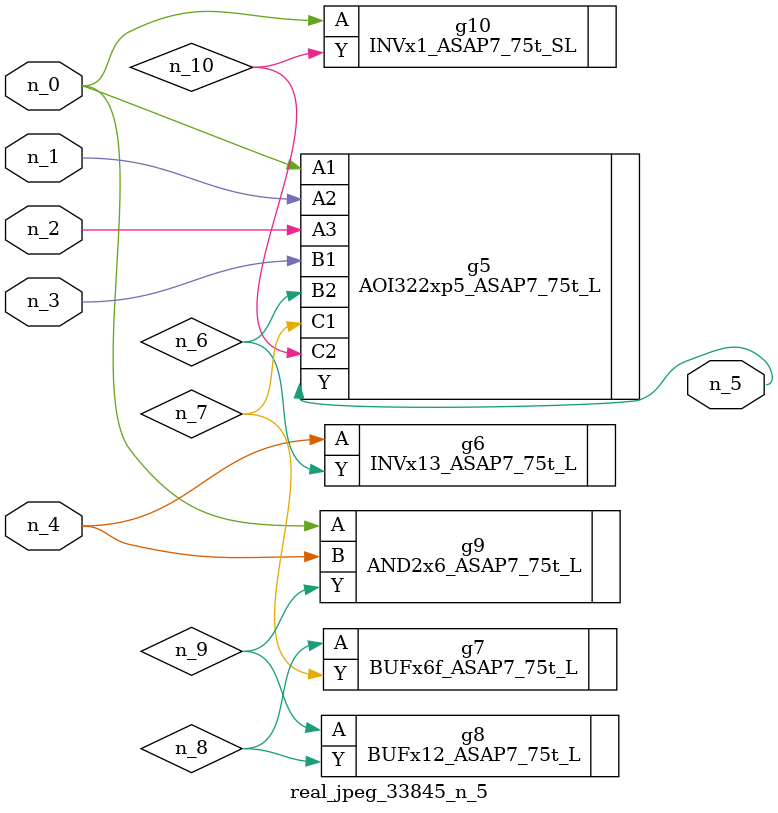
<source format=v>
module real_jpeg_33845_n_5 (n_4, n_0, n_1, n_2, n_3, n_5);

input n_4;
input n_0;
input n_1;
input n_2;
input n_3;

output n_5;

wire n_8;
wire n_6;
wire n_7;
wire n_10;
wire n_9;

AOI322xp5_ASAP7_75t_L g5 ( 
.A1(n_0),
.A2(n_1),
.A3(n_2),
.B1(n_3),
.B2(n_6),
.C1(n_7),
.C2(n_10),
.Y(n_5)
);

AND2x6_ASAP7_75t_L g9 ( 
.A(n_0),
.B(n_4),
.Y(n_9)
);

INVx1_ASAP7_75t_SL g10 ( 
.A(n_0),
.Y(n_10)
);

INVx13_ASAP7_75t_L g6 ( 
.A(n_4),
.Y(n_6)
);

BUFx6f_ASAP7_75t_L g7 ( 
.A(n_8),
.Y(n_7)
);

BUFx12_ASAP7_75t_L g8 ( 
.A(n_9),
.Y(n_8)
);


endmodule
</source>
